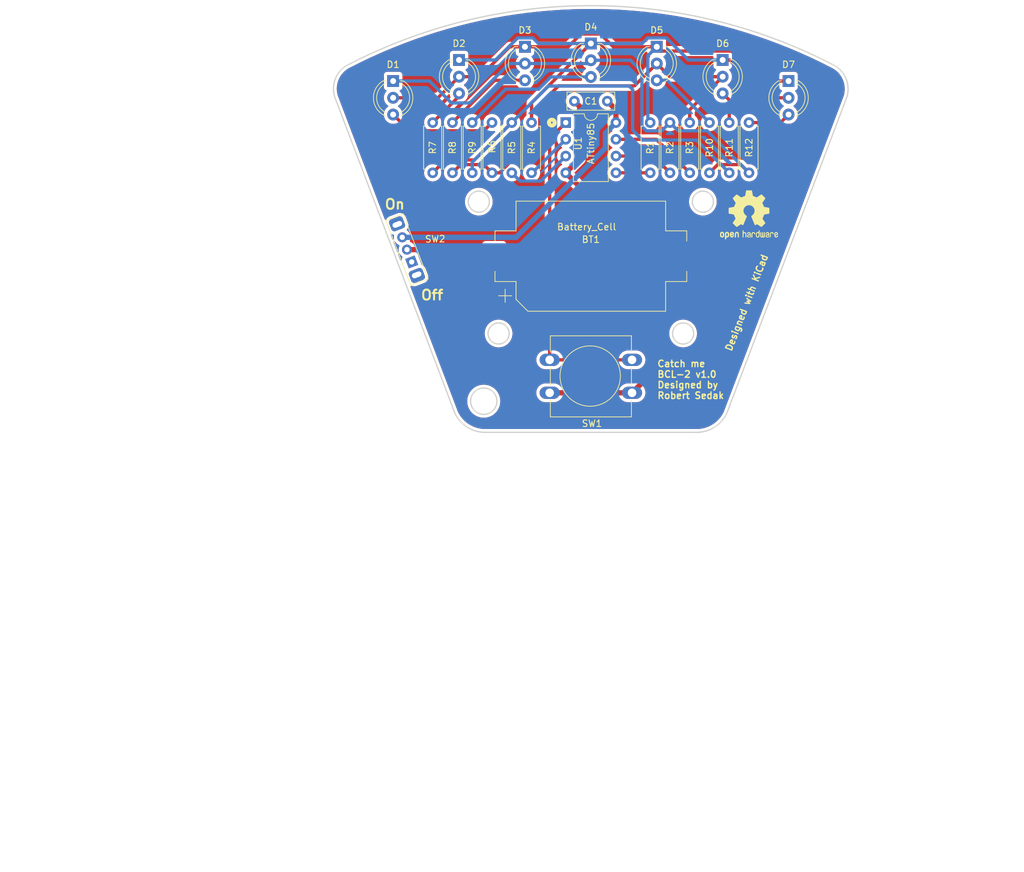
<source format=kicad_pcb>
(kicad_pcb (version 20211014) (generator pcbnew)
  (title_block (title "ATtiny85 Catch me Bi-color LED 2") (date "2025-10-24") (rev "1.0") (company "Designed by Robert Sedak") (comment 1 "License: CC-BY-SA 4.0") (comment 4 "Open Source Hardware (OSHW)"))
  (layers (0 "F.Cu" signal) (31 "B.Cu" signal) (34 "B.Paste" user) (35 "F.Paste" user) (36 "B.SilkS" user "B.Silkscreen") (37 "F.SilkS" user "F.Silkscreen") (38 "B.Mask" user) (39 "F.Mask" user) (44 "Edge.Cuts" user))
  (net 0 "")
  (net 1 "PB4")
  (net 2 "PB1")
  (net 3 "Net-(BT1-Pad2)")
  (net 4 "Net-(BT1-Pad1)")
  (net 5 "Net-(C1-Pad1)")
  (net 7 "PB0R")
  (net 8 "PB1R")
  (net 9 "PB2")
  (net 10 "Net-(D1-Pad3)")
  (net 11 "Net-(D2-Pad3)")
  (net 12 "PB0")
  (net 13 "PB2R")
  (net 14 "Net-(D3-Pad3)")
  (net 15 "PB3R")
  (net 16 "Net-(D4-Pad3)")
  (net 17 "PB4R")
  (net 18 "Net-(D5-Pad3)")
  (net 19 "Net-(D6-Pad3)")
  (net 20 "Net-(D7-Pad3)")
  (net 21 "PB3")
  (net 22 "Net-(SW1-Pad2)")
  (footprint "Project related:SW_Slide_SPDT_1P2TC_right_angle" (layer "F.Cu") (at 77.1 101.275 -159)
    (fp_text reference "SW2" (at -4.572542 -0.035618 1) (layer "F.SilkS"))
    (fp_text value "SW_Push_SPDT")
    (pad "" thru_hole roundrect (at 0 -4.1 201) (size 2.2 1.9) (drill oval 1.5 0.8 (offset 0 -0.1)) (layers *.Cu *.Mask))
    (pad "" thru_hole roundrect (at 0 4.1 201) (size 2.2 1.9) (drill oval 1.5 0.8 (offset 0 0.1)) (layers *.Cu *.Mask))
    (pad "1" thru_hole rect (at 0 -2 201) (size 1.524 1.524) (drill 0.8) (layers *.Cu *.Mask))
    (pad "2" thru_hole circle (at 0 0 201) (size 1.524 1.524) (drill 0.8) (layers *.Cu *.Mask) (net 4 "Net-(BT1-Pad1)"))
    (pad "3" thru_hole circle (at 0 2 201) (size 1.524 1.524) (drill 0.8) (layers *.Cu *.Mask) (net 5 "Net-(C1-Pad1)"))
  )
  (footprint "Resistor_THT:R_Axial_DIN0207_L6.3mm_D2.5mm_P7.62mm_Horizontal" (layer "F.Cu") (at 120 89.62 90)
    (fp_text reference "R3" (at 3.81 0 90) (layer "F.SilkS"))
    (fp_text value "120R")
    (pad "1" thru_hole circle (at 0 0 90) (size 1.6 1.6) (drill 0.8) (layers *.Cu *.Mask) (net 9 "PB2"))
    (pad "2" thru_hole oval (at 7.62 0 90) (size 1.6 1.6) (drill 0.8) (layers *.Cu *.Mask) (net 13 "PB2R"))
  )
  (footprint "Resistor_THT:R_Axial_DIN0207_L6.3mm_D2.5mm_P7.62mm_Horizontal" (layer "F.Cu") (at 117 89.62 90)
    (fp_text reference "R2" (at 3.81 0 90) (layer "F.SilkS"))
    (fp_text value "120R")
    (pad "1" thru_hole circle (at 0 0 90) (size 1.6 1.6) (drill 0.8) (layers *.Cu *.Mask) (net 2 "PB1"))
    (pad "2" thru_hole oval (at 7.62 0 90) (size 1.6 1.6) (drill 0.8) (layers *.Cu *.Mask) (net 8 "PB1R"))
  )
  (footprint "Resistor_THT:R_Axial_DIN0207_L6.3mm_D2.5mm_P7.62mm_Horizontal" (layer "F.Cu") (at 114 89.62 90)
    (fp_text reference "R1" (at 3.81 0 90) (layer "F.SilkS"))
    (fp_text value "120R")
    (pad "1" thru_hole circle (at 0 0 90) (size 1.6 1.6) (drill 0.8) (layers *.Cu *.Mask) (net 12 "PB0"))
    (pad "2" thru_hole oval (at 7.62 0 90) (size 1.6 1.6) (drill 0.8) (layers *.Cu *.Mask) (net 7 "PB0R"))
  )
  (footprint "Resistor_THT:R_Axial_DIN0207_L6.3mm_D2.5mm_P7.62mm_Horizontal" (layer "F.Cu") (at 96 89.62 90)
    (fp_text reference "R4" (at 3.81 0 90) (layer "F.SilkS"))
    (fp_text value "120R")
    (pad "1" thru_hole circle (at 0 0 90) (size 1.6 1.6) (drill 0.8) (layers *.Cu *.Mask) (net 21 "PB3"))
    (pad "2" thru_hole oval (at 7.62 0 90) (size 1.6 1.6) (drill 0.8) (layers *.Cu *.Mask) (net 15 "PB3R"))
  )
  (footprint "Package_DIP:DIP-8_W7.62mm" (layer "F.Cu") (at 101.19 82)
    (fp_text reference "U1" (at 1.905 3.175 90) (layer "F.SilkS"))
    (fp_text value "ATtiny85" (at 3.81 3.175 90) (layer "F.SilkS"))
    (pad "1" thru_hole rect (at 0 0) (size 1.6 1.6) (drill 0.8) (layers *.Cu *.Mask) (net 22 "Net-(SW1-Pad2)"))
    (pad "2" thru_hole oval (at 0 2.54) (size 1.6 1.6) (drill 0.8) (layers *.Cu *.Mask) (net 21 "PB3"))
    (pad "3" thru_hole oval (at 0 5.08) (size 1.6 1.6) (drill 0.8) (layers *.Cu *.Mask) (net 1 "PB4"))
    (pad "4" thru_hole oval (at 0 7.62) (size 1.6 1.6) (drill 0.8) (layers *.Cu *.Mask) (net 3 "Net-(BT1-Pad2)"))
    (pad "5" thru_hole oval (at 7.62 7.62) (size 1.6 1.6) (drill 0.8) (layers *.Cu *.Mask) (net 12 "PB0"))
    (pad "6" thru_hole oval (at 7.62 5.08) (size 1.6 1.6) (drill 0.8) (layers *.Cu *.Mask) (net 2 "PB1"))
    (pad "7" thru_hole oval (at 7.62 2.54) (size 1.6 1.6) (drill 0.8) (layers *.Cu *.Mask) (net 9 "PB2"))
    (pad "8" thru_hole oval (at 7.62 0) (size 1.6 1.6) (drill 0.8) (layers *.Cu *.Mask) (net 5 "Net-(C1-Pad1)"))
  )
  (footprint "Project related:SW_PUSH-12mm" (layer "F.Cu") (at 111.25 123 180)
    (fp_text reference "SW1" (at 6.08 -4.66 180) (layer "F.SilkS"))
    (fp_text value "SW_Push")
    (pad "1" thru_hole oval (at 0 0 180) (size 3.048 1.85) (drill 1.3) (layers *.Cu *.Mask) (net 3 "Net-(BT1-Pad2)"))
    (pad "1" thru_hole oval (at 12.5 0 180) (size 3.048 1.85) (drill 1.3) (layers *.Cu *.Mask) (net 3 "Net-(BT1-Pad2)"))
    (pad "2" thru_hole oval (at 0 5 180) (size 3.048 1.85) (drill 1.3) (layers *.Cu *.Mask) (net 22 "Net-(SW1-Pad2)"))
    (pad "2" thru_hole oval (at 12.5 5 180) (size 3.048 1.85) (drill 1.3) (layers *.Cu *.Mask) (net 22 "Net-(SW1-Pad2)"))
  )
  (footprint "Battery:BatteryHolder_Keystone_1060_1x2032" (layer "F.Cu") (at 105 102.275)
    (fp_text reference "BT1" (at 0 -2.54) (layer "F.SilkS"))
    (fp_text value "Battery_Cell" (at -0.635 -4.445) (layer "F.SilkS"))
    (pad "1" smd rect (at -14.65 0 180) (size 2.6 3.6) (layers "F.Cu" "F.Paste" "F.Mask") (net 4 "Net-(BT1-Pad1)"))
    (pad "2" smd rect (at 14.65 0 180) (size 2.6 3.6) (layers "F.Cu" "F.Paste" "F.Mask") (net 3 "Net-(BT1-Pad2)"))
  )
  (footprint "Capacitor_THT:C_Rect_L7.0mm_W2.5mm_P5.00mm" (layer "F.Cu") (at 107.5 78.75 180)
    (fp_text reference "C1" (at 2.5 0 180) (layer "F.SilkS"))
    (fp_text value "0.1uF")
    (pad "1" thru_hole circle (at 0 0 180) (size 1.6 1.6) (drill 0.8) (layers *.Cu *.Mask) (net 5 "Net-(C1-Pad1)"))
    (pad "2" thru_hole circle (at 5 0 180) (size 1.6 1.6) (drill 0.8) (layers *.Cu *.Mask) (net 3 "Net-(BT1-Pad2)"))
  )
  (footprint "LED_THT:LED_D5.0mm-3" (layer "F.Cu") (at 125 72.5 -90)
    (fp_text reference "D6" (at -2.5 0 180) (layer "F.SilkS"))
    (fp_text value "LED_Dual_AKA")
    (pad "1" thru_hole rect (at 0 0 270) (size 1.8 1.8) (drill 0.9) (layers *.Cu *.Mask) (net 15 "PB3R"))
    (pad "2" thru_hole circle (at 2.54 0 270) (size 1.8 1.8) (drill 0.9) (layers *.Cu *.Mask) (net 13 "PB2R"))
    (pad "3" thru_hole circle (at 5.08 0 270) (size 1.8 1.8) (drill 0.9) (layers *.Cu *.Mask) (net 19 "Net-(D6-Pad3)"))
  )
  (footprint "LED_THT:LED_D5.0mm-3" (layer "F.Cu") (at 115 70.5 -90)
    (fp_text reference "D5" (at -2.5 0 180) (layer "F.SilkS"))
    (fp_text value "LED_Dual_AKA")
    (pad "1" thru_hole rect (at 0 0 270) (size 1.8 1.8) (drill 0.9) (layers *.Cu *.Mask) (net 7 "PB0R"))
    (pad "2" thru_hole circle (at 2.54 0 270) (size 1.8 1.8) (drill 0.9) (layers *.Cu *.Mask) (net 13 "PB2R"))
    (pad "3" thru_hole circle (at 5.08 0 270) (size 1.8 1.8) (drill 0.9) (layers *.Cu *.Mask) (net 18 "Net-(D5-Pad3)"))
  )
  (footprint "LED_THT:LED_D5.0mm-3" (layer "F.Cu") (at 85 72.5 -90)
    (fp_text reference "D2" (at -2.5 0 180) (layer "F.SilkS"))
    (fp_text value "LED_Dual_AKA")
    (pad "1" thru_hole rect (at 0 0 270) (size 1.8 1.8) (drill 0.9) (layers *.Cu *.Mask) (net 15 "PB3R"))
    (pad "2" thru_hole circle (at 2.54 0 270) (size 1.8 1.8) (drill 0.9) (layers *.Cu *.Mask) (net 7 "PB0R"))
    (pad "3" thru_hole circle (at 5.08 0 270) (size 1.8 1.8) (drill 0.9) (layers *.Cu *.Mask) (net 11 "Net-(D2-Pad3)"))
  )
  (footprint "Resistor_THT:R_Axial_DIN0207_L6.3mm_D2.5mm_P7.62mm_Horizontal" (layer "F.Cu") (at 81 82 -90)
    (fp_text reference "R7" (at 3.81 0 90) (layer "F.SilkS"))
    (fp_text value "120R")
    (pad "1" thru_hole circle (at 0 0 270) (size 1.6 1.6) (drill 0.8) (layers *.Cu *.Mask) (net 11 "Net-(D2-Pad3)"))
    (pad "2" thru_hole oval (at 7.62 0 270) (size 1.6 1.6) (drill 0.8) (layers *.Cu *.Mask) (net 17 "PB4R"))
  )
  (footprint "Resistor_THT:R_Axial_DIN0207_L6.3mm_D2.5mm_P7.62mm_Horizontal" (layer "F.Cu") (at 87 82 -90)
    (fp_text reference "R9" (at 3.81 0 90) (layer "F.SilkS"))
    (fp_text value "120R")
    (pad "1" thru_hole circle (at 0 0 270) (size 1.6 1.6) (drill 0.8) (layers *.Cu *.Mask) (net 16 "Net-(D4-Pad3)"))
    (pad "2" thru_hole oval (at 7.62 0 270) (size 1.6 1.6) (drill 0.8) (layers *.Cu *.Mask) (net 17 "PB4R"))
  )
  (footprint "LED_THT:LED_D5.0mm-3" (layer "F.Cu") (at 105 70 -90)
    (fp_text reference "D4" (at -2.5 0 180) (layer "F.SilkS"))
    (fp_text value "LED_Dual_AKA")
    (pad "1" thru_hole rect (at 0 0 270) (size 1.8 1.8) (drill 0.9) (layers *.Cu *.Mask) (net 15 "PB3R"))
    (pad "2" thru_hole circle (at 2.54 0 270) (size 1.8 1.8) (drill 0.9) (layers *.Cu *.Mask) (net 8 "PB1R"))
    (pad "3" thru_hole circle (at 5.08 0 270) (size 1.8 1.8) (drill 0.9) (layers *.Cu *.Mask) (net 16 "Net-(D4-Pad3)"))
  )
  (footprint "LED_THT:LED_D5.0mm-3" (layer "F.Cu") (at 95 70.5 -90)
    (fp_text reference "D3" (at -2.5 0 180) (layer "F.SilkS"))
    (fp_text value "LED_Dual_AKA")
    (pad "1" thru_hole rect (at 0 0 270) (size 1.8 1.8) (drill 0.9) (layers *.Cu *.Mask) (net 7 "PB0R"))
    (pad "2" thru_hole circle (at 2.54 0 270) (size 1.8 1.8) (drill 0.9) (layers *.Cu *.Mask) (net 8 "PB1R"))
    (pad "3" thru_hole circle (at 5.08 0 270) (size 1.8 1.8) (drill 0.9) (layers *.Cu *.Mask) (net 14 "Net-(D3-Pad3)"))
  )
  (footprint "Resistor_THT:R_Axial_DIN0207_L6.3mm_D2.5mm_P7.62mm_Horizontal" (layer "F.Cu") (at 126 82 -90)
    (fp_text reference "R11" (at 3.81 0 90) (layer "F.SilkS"))
    (fp_text value "120R")
    (pad "1" thru_hole circle (at 0 0 270) (size 1.6 1.6) (drill 0.8) (layers *.Cu *.Mask) (net 19 "Net-(D6-Pad3)"))
    (pad "2" thru_hole oval (at 7.62 0 270) (size 1.6 1.6) (drill 0.8) (layers *.Cu *.Mask) (net 17 "PB4R"))
  )
  (footprint "Resistor_THT:R_Axial_DIN0207_L6.3mm_D2.5mm_P7.62mm_Horizontal" (layer "F.Cu") (at 90 82 -90)
    (fp_text reference "R6" (at 3.674 0 90) (layer "F.SilkS"))
    (fp_text value "120R")
    (pad "1" thru_hole circle (at 0 0 270) (size 1.6 1.6) (drill 0.8) (layers *.Cu *.Mask) (net 10 "Net-(D1-Pad3)"))
    (pad "2" thru_hole oval (at 7.62 0 270) (size 1.6 1.6) (drill 0.8) (layers *.Cu *.Mask) (net 13 "PB2R"))
  )
  (footprint "Resistor_THT:R_Axial_DIN0207_L6.3mm_D2.5mm_P7.62mm_Horizontal" (layer "F.Cu") (at 123 82 -90)
    (fp_text reference "R10" (at 3.81 0 90) (layer "F.SilkS"))
    (fp_text value "120R")
    (pad "1" thru_hole circle (at 0 0 270) (size 1.6 1.6) (drill 0.8) (layers *.Cu *.Mask) (net 18 "Net-(D5-Pad3)"))
    (pad "2" thru_hole oval (at 7.62 0 270) (size 1.6 1.6) (drill 0.8) (layers *.Cu *.Mask) (net 8 "PB1R"))
  )
  (footprint "Symbol:OSHW-Logo2_9.8x8mm_SilkScreen" (layer "F.Cu") (at 129 96)
    (fp_text reference "REF**" hide)
    (fp_text value "OSHW-Logo2_9.8x8mm_SilkScreen" hide)
  )
  (footprint "Resistor_THT:R_Axial_DIN0207_L6.3mm_D2.5mm_P7.62mm_Horizontal" (layer "F.Cu") (at 84 82 -90)
    (fp_text reference "R8" (at 3.81 0 90) (layer "F.SilkS"))
    (fp_text value "120R")
    (pad "1" thru_hole circle (at 0 0 270) (size 1.6 1.6) (drill 0.8) (layers *.Cu *.Mask) (net 14 "Net-(D3-Pad3)"))
    (pad "2" thru_hole oval (at 7.62 0 270) (size 1.6 1.6) (drill 0.8) (layers *.Cu *.Mask) (net 13 "PB2R"))
  )
  (footprint "LED_THT:LED_D5.0mm-3" (layer "F.Cu") (at 135 75.7 -90)
    (fp_text reference "D7" (at -2.5 0 180) (layer "F.SilkS"))
    (fp_text value "LED_Dual_AKA")
    (pad "1" thru_hole rect (at 0 0 270) (size 1.8 1.8) (drill 0.9) (layers *.Cu *.Mask) (net 7 "PB0R"))
    (pad "2" thru_hole circle (at 2.54 0 270) (size 1.8 1.8) (drill 0.9) (layers *.Cu *.Mask) (net 15 "PB3R"))
    (pad "3" thru_hole circle (at 5.08 0 270) (size 1.8 1.8) (drill 0.9) (layers *.Cu *.Mask) (net 20 "Net-(D7-Pad3)"))
  )
  (footprint "Resistor_THT:R_Axial_DIN0207_L6.3mm_D2.5mm_P7.62mm_Horizontal" (layer "F.Cu") (at 93 89.62 90)
    (fp_text reference "R5" (at 3.81 0 90) (layer "F.SilkS"))
    (fp_text value "120R")
    (pad "1" thru_hole circle (at 0 0 90) (size 1.6 1.6) (drill 0.8) (layers *.Cu *.Mask) (net 1 "PB4"))
    (pad "2" thru_hole oval (at 7.62 0 90) (size 1.6 1.6) (drill 0.8) (layers *.Cu *.Mask) (net 17 "PB4R"))
  )
  (footprint "LED_THT:LED_D5.0mm-3" (layer "F.Cu") (at 75 75.7 -90)
    (fp_text reference "D1" (at -2.5 0 180) (layer "F.SilkS"))
    (fp_text value "LED_Dual_AKA")
    (pad "1" thru_hole rect (at 0 0 270) (size 1.8 1.8) (drill 0.9) (layers *.Cu *.Mask) (net 8 "PB1R"))
    (pad "2" thru_hole circle (at 2.54 0 270) (size 1.8 1.8) (drill 0.9) (layers *.Cu *.Mask) (net 7 "PB0R"))
    (pad "3" thru_hole circle (at 5.08 0 270) (size 1.8 1.8) (drill 0.9) (layers *.Cu *.Mask) (net 10 "Net-(D1-Pad3)"))
  )
  (footprint "Resistor_THT:R_Axial_DIN0207_L6.3mm_D2.5mm_P7.62mm_Horizontal" (layer "F.Cu") (at 129 82 -90)
    (fp_text reference "R12" (at 3.81 0 -270) (layer "F.SilkS"))
    (fp_text value "120R")
    (pad "1" thru_hole circle (at 0 0 270) (size 1.6 1.6) (drill 0.8) (layers *.Cu *.Mask) (net 20 "Net-(D7-Pad3)"))
    (pad "2" thru_hole oval (at 7.62 0 270) (size 1.6 1.6) (drill 0.8) (layers *.Cu *.Mask) (net 8 "PB1R"))
  )
  (gr_circle (center 99.0854 82) (end 99.2268 82) (layer "F.SilkS") (width 0.6) (fill none))
  (gr_circle (center 88 94) (end 89.6 94) (layer "Edge.Cuts") (width 0.2) (fill none))
  (gr_line (start 89.124 129) (end 120.876 129) (layer "Edge.Cuts") (width 0.2))
  (gr_circle (center 122 94) (end 123.6 94) (layer "Edge.Cuts") (width 0.2) (fill none))
  (gr_line (start 66.294 78.516806) (end 84.377147 126.116431) (layer "Edge.Cuts") (width 0.2))
  (gr_circle (center 88.75 124.275) (end 90.75 124.275) (layer "Edge.Cuts") (width 0.2) (fill none))
  (gr_arc (start 66.294 78.516806) (mid 66.212529 75.416057) (end 68.326 73.152) (layer "Edge.Cuts") (width 0.2))
  (gr_arc (start 89.124 129) (mid 86.324345 128.259861) (end 84.377147 126.116431) (layer "Edge.Cuts") (width 0.2))
  (gr_circle (center 91 114) (end 92.6 114) (layer "Edge.Cuts") (width 0.2) (fill none))
  (gr_circle (center 119 114) (end 120.6 114) (layer "Edge.Cuts") (width 0.2) (fill none))
  (gr_arc (start 68.326 73.152) (mid 105.002966 64.25812) (end 141.667009 73.182806) (layer "Edge.Cuts") (width 0.2))
  (gr_arc (start 125.622853 126.116431) (mid 123.677503 128.262903) (end 120.876 129) (layer "Edge.Cuts") (width 0.2))
  (gr_line (start 125.622853 126.116431) (end 143.699009 78.516806) (layer "Edge.Cuts") (width 0.2))
  (gr_arc (start 141.667009 73.182806) (mid 143.760059 75.439501) (end 143.699009 78.516806) (layer "Edge.Cuts") (width 0.2))
  (gr_text "Off" (at 80.925 108.175) (layer "F.SilkS") (effects (font (size 1.5 1.5) (thickness 0.3))))
  (gr_text "On" (at 75.25 94.4) (layer "F.SilkS") (effects (font (size 1.5 1.5) (thickness 0.3))))
  (gr_text "Designed with KiCad" (at 128.651 109.3216 69) (layer "F.SilkS") (effects (font (size 1 1) (thickness 0.2))))
  (gr_text "Catch me\nBCL-2 v1.0\nDesigned by \nRobert Sedak" (at 115 121) (layer "F.SilkS") (effects (font (size 1 1) (thickness 0.2)) (justify left)))
  (segment (start 97.4 90.87) (end 101.19 87.08) (width 0.5) (layer "B.Cu") (net 1))
  (segment (start 93 89.62) (end 94.25 90.87) (width 0.5) (layer "B.Cu") (net 1))
  (segment (start 94.25 90.87) (end 97.4 90.87) (width 0.5) (layer "B.Cu") (net 1))
  (segment (start 114.46 87.08) (end 117 89.62) (width 0.5) (layer "F.Cu") (net 2))
  (segment (start 108.81 87.08) (end 114.46 87.08) (width 0.5) (layer "F.Cu") (net 2))
  (segment (start 103.299999 79.549999) (end 103.299999 87.510001) (width 0.8) (layer "F.Cu") (net 3))
  (segment (start 111.25 123) (end 114.8334 119.4166) (width 0.8) (layer "F.Cu") (net 3))
  (segment (start 113.845 102.275) (end 101.19 89.62) (width 0.8) (layer "F.Cu") (net 3))
  (segment (start 114.8334 106.299) (end 118.8574 102.275) (width 0.8) (layer "F.Cu") (net 3))
  (segment (start 103.299999 87.510001) (end 101.19 89.62) (width 0.8) (layer "F.Cu") (net 3))
  (segment (start 114.8334 119.4166) (end 114.8334 106.299) (width 0.8) (layer "F.Cu") (net 3))
  (segment (start 119.65 102.275) (end 113.845 102.275) (width 0.8) (layer "F.Cu") (net 3))
  (segment (start 98.75 123) (end 111.25 123) (width 0.8) (layer "F.Cu") (net 3))
  (segment (start 102.5 78.75) (end 103.299999 79.549999) (width 0.8) (layer "F.Cu") (net 3))
  (segment (start 77.1 101.275) (end 89.35 101.275) (width 0.8) (layer "F.Cu") (net 4))
  (segment (start 89.35 101.275) (end 90.35 102.275) (width 0.8) (layer "F.Cu") (net 4))
  (segment (start 108.81 80.06) (end 107.5 78.75) (width 0.8) (layer "F.Cu") (net 5))
  (segment (start 108.81 82) (end 108.81 80.06) (width 0.8) (layer "F.Cu") (net 5))
  (segment (start 93.664903 99.407839) (end 107.21 85.862742) (width 0.8) (layer "B.Cu") (net 5))
  (segment (start 107.21 85.862742) (end 107.21 83.6) (width 0.8) (layer "B.Cu") (net 5))
  (segment (start 76.383264 99.407839) (end 93.664903 99.407839) (width 0.8) (layer "B.Cu") (net 5))
  (segment (start 107.21 83.6) (end 108.81 82) (width 0.8) (layer "B.Cu") (net 5))
  (segment (start 130.9 75.7) (end 126.3454 71.1454) (width 0.5) (layer "F.Cu") (net 7))
  (segment (start 135 75.7) (end 130.9 75.7) (width 0.5) (layer "F.Cu") (net 7))
  (segment (start 95 70.5) (end 92.695 70.5) (width 0.5) (layer "F.Cu") (net 7))
  (segment (start 108.3968 70.5) (end 106.4514 68.5546) (width 0.5) (layer "F.Cu") (net 7))
  (segment (start 75 78.24) (end 81.8 78.24) (width 0.5) (layer "F.Cu") (net 7))
  (segment (start 103.505 68.5546) (end 106.4514 68.5546) (width 0.5) (layer "F.Cu") (net 7))
  (segment (start 88.155 75.04) (end 85 75.04) (width 0.5) (layer "F.Cu") (net 7))
  (segment (start 115 70.5) (end 108.3968 70.5) (width 0.5) (layer "F.Cu") (net 7))
  (segment (start 101.5596 70.5) (end 103.505 68.5546) (width 0.5) (layer "F.Cu") (net 7))
  (segment (start 92.695 70.5) (end 88.155 75.04) (width 0.5) (layer "F.Cu") (net 7))
  (segment (start 95 70.5) (end 101.5596 70.5) (width 0.5) (layer "F.Cu") (net 7))
  (segment (start 126.3454 71.1454) (end 115.6454 71.1454) (width 0.5) (layer "F.Cu") (net 7))
  (segment (start 115.6454 71.1454) (end 115 70.5) (width 0.5) (layer "F.Cu") (net 7))
  (segment (start 81.8 78.24) (end 85 75.04) (width 0.5) (layer "F.Cu") (net 7))
  (segment (start 113.65 71.85) (end 113.65 81.65) (width 0.5) (layer "B.Cu") (net 7))
  (segment (start 115 70.5) (end 113.65 71.85) (width 0.5) (layer "B.Cu") (net 7))
  (segment (start 113.65 81.65) (end 114 82) (width 0.5) (layer "B.Cu") (net 7))
  (segment (start 124.25 88.37) (end 127.75 88.37) (width 0.5) (layer "F.Cu") (net 8))
  (segment (start 127.75 88.37) (end 129 89.62) (width 0.5) (layer "F.Cu") (net 8))
  (segment (start 123 89.62) (end 124.25 88.37) (width 0.5) (layer "F.Cu") (net 8))
  (segment (start 86.6394 79.0194) (end 92.6188 73.04) (width 0.5) (layer "B.Cu") (net 8))
  (segment (start 115.75 83.25) (end 113.4252 83.25) (width 0.5) (layer "B.Cu") (net 8))
  (segment (start 112.75 82.5748) (end 112.75 74.269) (width 0.5) (layer "B.Cu") (net 8))
  (segment (start 118.25 83.25) (end 117 82) (width 0.5) (layer "B.Cu") (net 8))
  (segment (start 111.021 72.54) (end 105 72.54) (width 0.5) (layer "B.Cu") (net 8))
  (segment (start 83.8454 79.0194) (end 86.6394 79.0194) (width 0.5) (layer "B.Cu") (net 8))
  (segment (start 129 89.62) (end 122.63 83.25) (width 0.5) (layer "B.Cu") (net 8))
  (segment (start 104.5 73.04) (end 105 72.54) (width 0.5) (layer "B.Cu") (net 8))
  (segment (start 95 73.04) (end 104.5 73.04) (width 0.5) (layer "B.Cu") (net 8))
  (segment (start 92.6188 73.04) (end 95 73.04) (width 0.5) (layer "B.Cu") (net 8))
  (segment (start 75 75.7) (end 80.526 75.7) (width 0.5) (layer "B.Cu") (net 8))
  (segment (start 113.4252 83.25) (end 112.75 82.5748) (width 0.5) (layer "B.Cu") (net 8))
  (segment (start 117 82) (end 115.75 83.25) (width 0.5) (layer "B.Cu") (net 8))
  (segment (start 80.526 75.7) (end 83.8454 79.0194) (width 0.5) (layer "B.Cu") (net 8))
  (segment (start 122.63 83.25) (end 118.25 83.25) (width 0.5) (layer "B.Cu") (net 8))
  (segment (start 112.75 74.269) (end 111.021 72.54) (width 0.5) (layer "B.Cu") (net 8))
  (segment (start 114.92 84.54) (end 120 89.62) (width 0.5) (layer "F.Cu") (net 9))
  (segment (start 108.81 84.54) (end 114.92 84.54) (width 0.5) (layer "F.Cu") (net 9))
  (segment (start 77.47 83.25) (end 75 80.78) (width 0.5) (layer "F.Cu") (net 10))
  (segment (start 88.75 83.25) (end 77.47 83.25) (width 0.5) (layer "F.Cu") (net 10))
  (segment (start 90 82) (end 88.75 83.25) (width 0.5) (layer "F.Cu") (net 10))
  (segment (start 81 82) (end 85 78) (width 0.5) (layer "F.Cu") (net 11))
  (segment (start 85 78) (end 85 77.58) (width 0.5) (layer "F.Cu") (net 11))
  (segment (start 108.81 89.62) (end 114 89.62) (width 0.5) (layer "F.Cu") (net 12))
  (segment (start 125 75.04) (end 120 80.04) (width 0.5) (layer "F.Cu") (net 13))
  (segment (start 117 75.04) (end 125 75.04) (width 0.5) (layer "F.Cu") (net 13))
  (segment (start 84 89.62) (end 85.25 88.37) (width 0.5) (layer "F.Cu") (net 13))
  (segment (start 97.25 83.50137) (end 91.13137 89.62) (width 0.5) (layer "F.Cu") (net 13))
  (segment (start 111.61 76.43) (end 100.1 76.43) (width 0.5) (layer "F.Cu") (net 13))
  (segment (start 88.75 88.37) (end 90 89.62) (width 0.5) (layer "F.Cu") (net 13))
  (segment (start 115 73.04) (end 117 75.04) (width 0.5) (layer "F.Cu") (net 13))
  (segment (start 120 80.04) (end 120 82) (width 0.5) (layer "F.Cu") (net 13))
  (segment (start 97.25 79.28) (end 97.25 83.50137) (width 0.5) (layer "F.Cu") (net 13))
  (segment (start 115 73.04) (end 111.61 76.43) (width 0.5) (layer "F.Cu") (net 13))
  (segment (start 91.13137 89.62) (end 90 89.62) (width 0.5) (layer "F.Cu") (net 13))
  (segment (start 85.25 88.37) (end 88.75 88.37) (width 0.5) (layer "F.Cu") (net 13))
  (segment (start 100.1 76.43) (end 97.25 79.28) (width 0.5) (layer "F.Cu") (net 13))
  (segment (start 84 82) (end 90.42 75.58) (width 0.5) (layer "F.Cu") (net 14))
  (segment (start 90.42 75.58) (end 95 75.58) (width 0.5) (layer "F.Cu") (net 14))
  (segment (start 96 79) (end 96 82) (width 0.5) (layer "F.Cu") (net 15))
  (segment (start 131.7832 78.24) (end 135 78.24) (width 0.5) (layer "F.Cu") (net 15))
  (segment (start 126.0432 72.5) (end 131.7832 78.24) (width 0.5) (layer "F.Cu") (net 15))
  (segment (start 105 70) (end 96 79) (width 0.5) (layer "F.Cu") (net 15))
  (segment (start 125 72.5) (end 126.0432 72.5) (width 0.5) (layer "F.Cu") (net 15))
  (segment (start 119.7978 72.5) (end 116.4478 69.15) (width 0.5) (layer "B.Cu") (net 15))
  (segment (start 97.051 70) (end 96.201 69.15) (width 0.5) (layer "B.Cu") (net 15))
  (segment (start 93.8926 69.15) (end 96.201 69.15) (width 0.5) (layer "B.Cu") (net 15))
  (segment (start 112.7784 70) (end 113.6284 69.15) (width 0.5) (layer "B.Cu") (net 15))
  (segment (start 105 70) (end 97.051 70) (width 0.5) (layer "B.Cu") (net 15))
  (segment (start 125 72.5) (end 119.7978 72.5) (width 0.5) (layer "B.Cu") (net 15))
  (segment (start 90.5426 72.5) (end 93.8926 69.15) (width 0.5) (layer "B.Cu") (net 15))
  (segment (start 85 72.5) (end 90.5426 72.5) (width 0.5) (layer "B.Cu") (net 15))
  (segment (start 105 70) (end 112.7784 70) (width 0.5) (layer "B.Cu") (net 15))
  (segment (start 116.4478 69.15) (end 113.6284 69.15) (width 0.5) (layer "B.Cu") (net 15))
  (segment (start 98.93005 75.08) (end 105 75.08) (width 0.5) (layer "B.Cu") (net 16))
  (segment (start 97.08005 76.93) (end 98.93005 75.08) (width 0.5) (layer "B.Cu") (net 16))
  (segment (start 92.07 76.93) (end 97.08005 76.93) (width 0.5) (layer "B.Cu") (net 16))
  (segment (start 87 82) (end 92.07 76.93) (width 0.5) (layer "B.Cu") (net 16))
  (segment (start 82.95 87.67) (end 87.33 87.67) (width 0.5) (layer "F.Cu") (net 17))
  (segment (start 87.33 87.67) (end 93 82) (width 0.5) (layer "F.Cu") (net 17))
  (segment (start 81 89.62) (end 82.95 87.67) (width 0.5) (layer "F.Cu") (net 17))
  (segment (start 87 88) (end 93 82) (width 0.5) (layer "B.Cu") (net 17))
  (segment (start 126 89.62) (end 121.03 84.65) (width 0.5) (layer "B.Cu") (net 17))
  (segment (start 87 89.62) (end 87 88) (width 0.5) (layer "B.Cu") (net 17))
  (segment (start 121.03 84.65) (end 112.8453 84.65) (width 0.5) (layer "B.Cu") (net 17))
  (segment (start 111.3394 76.9874) (end 110.806 76.454) (width 0.5) (layer "B.Cu") (net 17))
  (segment (start 112.8453 84.65) (end 111.3394 83.144099) (width 0.5) (layer "B.Cu") (net 17))
  (segment (start 111.3394 83.144099) (end 111.3394 76.9874) (width 0.5) (layer "B.Cu") (net 17))
  (segment (start 110.806 76.454) (end 98.546 76.454) (width 0.5) (layer "B.Cu") (net 17))
  (segment (start 98.546 76.454) (end 93 82) (width 0.5) (layer "B.Cu") (net 17))
  (segment (start 115 75.58) (end 116.58 75.58) (width 0.5) (layer "B.Cu") (net 18))
  (segment (start 116.58 75.58) (end 123 82) (width 0.5) (layer "B.Cu") (net 18))
  (segment (start 126 78.58) (end 125 77.58) (width 0.5) (layer "F.Cu") (net 19))
  (segment (start 126 82) (end 126 78.58) (width 0.5) (layer "F.Cu") (net 19))
  (segment (start 129 82) (end 133.78 82) (width 0.5) (layer "F.Cu") (net 20))
  (segment (start 133.78 82) (end 135 80.78) (width 0.5) (layer "F.Cu") (net 20))
  (segment (start 101.19 84.54) (end 96.11 89.62) (width 0.5) (layer "B.Cu") (net 21))
  (segment (start 96.11 89.62) (end 96 89.62) (width 0.5) (layer "B.Cu") (net 21))
  (segment (start 98.75 118) (end 111.25 118) (width 0.5) (layer "F.Cu") (net 22))
  (segment (start 98.75 118) (end 98.75 84.44) (width 0.5) (layer "F.Cu") (net 22))
  (segment (start 98.75 84.44) (end 101.19 82) (width 0.5) (layer "F.Cu") (net 22))
  (zone (net 0) (net_name "") (layer "F.Cu") (connect_pads (clearance 0.508)) (min_thickness 0.254) (fill yes (thermal_gap 0.508) (thermal_bridge_width 0.508))
    (polygon (pts (xy 149.420455 63.83504) (xy 124.491328 130.271281) (xy 124.495455 130.63504) (xy 85.120455 130.21004) (xy 59.020455 64.23504)))
  )
  (zone (net 0) (net_name "") (layer "B.Cu") (connect_pads (clearance 0.508)) (min_thickness 0.254) (fill yes (thermal_gap 0.508) (thermal_bridge_width 0.508))
    (polygon (pts (xy 149.725 63.4) (xy 124.795873 129.836241) (xy 124.8 130.2) (xy 85.425 129.775) (xy 59.325 63.8)))
  )
)
</source>
